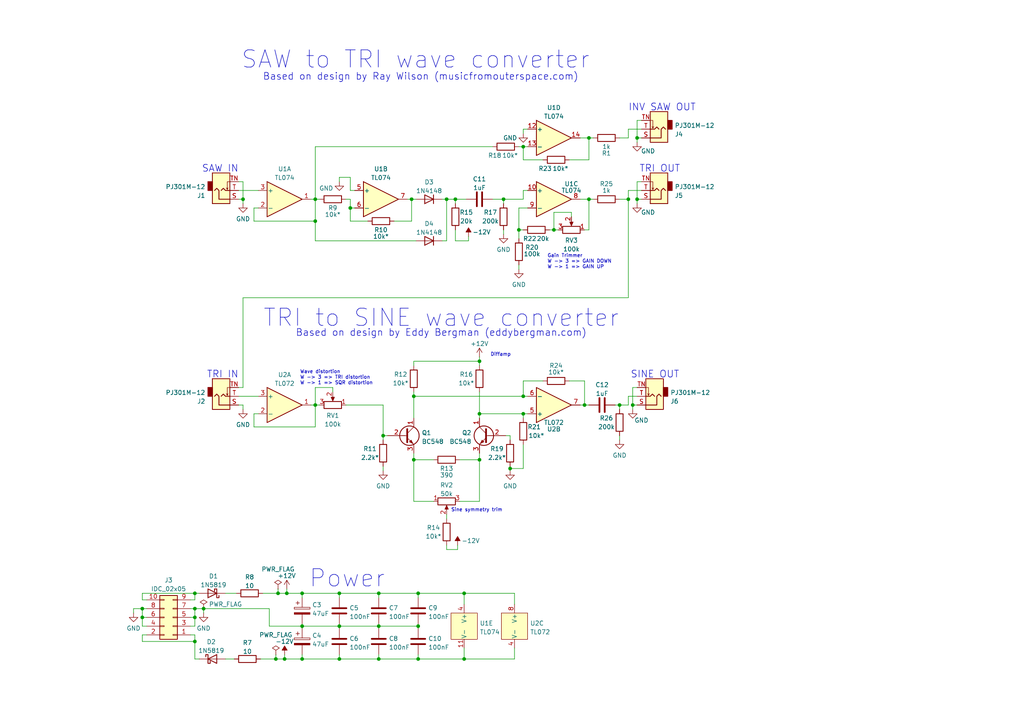
<source format=kicad_sch>
(kicad_sch (version 20211123) (generator eeschema)
  (paper "A4")
  (title_block (title "RW_EM_WS_A") (date "2022-10-26") (rev "2022-10-26") (comment 1 "Licensed under CERN-OHL-S v2+") (comment 2 "https://github.com/sunfl0w/RW_EM"))
  (lib_symbols
    (symbol "1N4148_1" (pin_numbers hide) (pin_names hide)
      (property "Reference" "D" (at 0 2.54 0))
      (property "Value" "1N4148_1" (at 0 -2.54 0))
      (symbol "1N4148_1_0_1"
        (polyline (pts (xy -1.27 1.27) (xy -1.27 -1.27)) (stroke (width 0.254)))
        (polyline (pts (xy 1.27 0) (xy -1.27 0)))
        (polyline (pts (xy 1.27 1.27) (xy 1.27 -1.27) (xy -1.27 0) (xy 1.27 1.27)) (stroke (width 0.254)))
      )
      (symbol "1N4148_1_1_1"
        (pin passive line (at -3.81 0 0) (length 2.54) (name "K") (number "1"))
        (pin passive line (at 3.81 0 180) (length 2.54) (name "A") (number "2"))
      )
    )
    (symbol "Connector_Generic:Conn_02x05_Odd_Even" (pin_names (offset 1.016) hide)
      (property "Reference" "J" (at 1.27 7.62 0))
      (property "Value" "Conn_02x05_Odd_Even" (at 1.27 -7.62 0))
      (symbol "Conn_02x05_Odd_Even_1_1"
        (rectangle (start -1.27 -4.953) (end 0 -5.207) (stroke (width 0.1524)))
        (rectangle (start -1.27 -2.413) (end 0 -2.667) (stroke (width 0.1524)))
        (rectangle (start -1.27 0.127) (end 0 -0.127) (stroke (width 0.1524)))
        (rectangle (start -1.27 2.667) (end 0 2.413) (stroke (width 0.1524)))
        (rectangle (start -1.27 5.207) (end 0 4.953) (stroke (width 0.1524)))
        (rectangle (start -1.27 6.35) (end 3.81 -6.35) (stroke (width 0.254)) (fill (type background)))
        (rectangle (start 3.81 -4.953) (end 2.54 -5.207) (stroke (width 0.1524)))
        (rectangle (start 3.81 -2.413) (end 2.54 -2.667) (stroke (width 0.1524)))
        (rectangle (start 3.81 0.127) (end 2.54 -0.127) (stroke (width 0.1524)))
        (rectangle (start 3.81 2.667) (end 2.54 2.413) (stroke (width 0.1524)))
        (rectangle (start 3.81 5.207) (end 2.54 4.953) (stroke (width 0.1524)))
        (pin passive line (at -5.08 5.08 0) (length 3.81) (name "Pin_1") (number "1"))
        (pin passive line (at 7.62 -5.08 180) (length 3.81) (name "Pin_10") (number "10"))
        (pin passive line (at 7.62 5.08 180) (length 3.81) (name "Pin_2") (number "2"))
        (pin passive line (at -5.08 2.54 0) (length 3.81) (name "Pin_3") (number "3"))
        (pin passive line (at 7.62 2.54 180) (length 3.81) (name "Pin_4") (number "4"))
        (pin passive line (at -5.08 0 0) (length 3.81) (name "Pin_5") (number "5"))
        (pin passive line (at 7.62 0 180) (length 3.81) (name "Pin_6") (number "6"))
        (pin passive line (at -5.08 -2.54 0) (length 3.81) (name "Pin_7") (number "7"))
        (pin passive line (at 7.62 -2.54 180) (length 3.81) (name "Pin_8") (number "8"))
        (pin passive line (at -5.08 -5.08 0) (length 3.81) (name "Pin_9") (number "9"))
      )
    )
    (symbol "Device:C" (pin_numbers hide) (pin_names (offset 0.254))
      (property "Reference" "C" (at 0.635 2.54 0))
      (property "Value" "C" (at 0.635 -2.54 0))
      (symbol "C_0_1"
        (polyline (pts (xy -2.032 -0.762) (xy 2.032 -0.762)) (stroke (width 0.508)))
        (polyline (pts (xy -2.032 0.762) (xy 2.032 0.762)) (stroke (width 0.508)))
      )
      (symbol "C_1_1"
        (pin passive line (at 0 3.81 270) (length 2.794) (name "~") (number "1"))
        (pin passive line (at 0 -3.81 90) (length 2.794) (name "~") (number "2"))
      )
    )
    (symbol "Device:C_Polarized" (pin_numbers hide) (pin_names (offset 0.254))
      (property "Reference" "C" (at 0.635 2.54 0))
      (property "Value" "C_Polarized" (at 0.635 -2.54 0))
      (symbol "C_Polarized_0_1"
        (rectangle (start -2.286 0.508) (end 2.286 1.016))
        (polyline (pts (xy -1.778 2.286) (xy -0.762 2.286)))
        (polyline (pts (xy -1.27 2.794) (xy -1.27 1.778)))
        (rectangle (start 2.286 -0.508) (end -2.286 -1.016) (fill (type outline)))
      )
      (symbol "C_Polarized_1_1"
        (pin passive line (at 0 3.81 270) (length 2.794) (name "~") (number "1"))
        (pin passive line (at 0 -3.81 90) (length 2.794) (name "~") (number "2"))
      )
    )
    (symbol "Device:R" (pin_numbers hide) (pin_names (offset 0))
      (property "Reference" "R" (at 2.032 0 90))
      (property "Value" "R" (at 0 0 90))
      (symbol "R_0_1"
        (rectangle (start -1.016 -2.54) (end 1.016 2.54) (stroke (width 0.254)))
      )
      (symbol "R_1_1"
        (pin passive line (at 0 3.81 270) (length 1.27) (name "~") (number "1"))
        (pin passive line (at 0 -3.81 90) (length 1.27) (name "~") (number "2"))
      )
    )
    (symbol "Device:R_Potentiometer" (pin_names (offset 1.016) hide)
      (property "Reference" "RV" (at -4.445 0 90))
      (property "Value" "R_Potentiometer" (at -2.54 0 90))
      (symbol "R_Potentiometer_0_1"
        (polyline (pts (xy 2.54 0) (xy 1.524 0)))
        (polyline (pts (xy 1.143 0) (xy 2.286 0.508) (xy 2.286 -0.508) (xy 1.143 0)) (fill (type outline)))
        (rectangle (start 1.016 2.54) (end -1.016 -2.54) (stroke (width 0.254)))
      )
      (symbol "R_Potentiometer_1_1"
        (pin passive line (at 0 3.81 270) (length 1.27) (name "1") (number "1"))
        (pin passive line (at 3.81 0 180) (length 1.27) (name "2") (number "2"))
        (pin passive line (at 0 -3.81 90) (length 1.27) (name "3") (number "3"))
      )
    )
    (symbol "Diode:1N4148" (pin_numbers hide) (pin_names hide)
      (property "Reference" "D" (at 0 2.54 0))
      (property "Value" "1N4148" (at 0 -2.54 0))
      (symbol "1N4148_0_1"
        (polyline (pts (xy -1.27 1.27) (xy -1.27 -1.27)) (stroke (width 0.254)))
        (polyline (pts (xy 1.27 0) (xy -1.27 0)))
        (polyline (pts (xy 1.27 1.27) (xy 1.27 -1.27) (xy -1.27 0) (xy 1.27 1.27)) (stroke (width 0.254)))
      )
      (symbol "1N4148_1_1"
        (pin passive line (at -3.81 0 0) (length 2.54) (name "K") (number "1"))
        (pin passive line (at 3.81 0 180) (length 2.54) (name "A") (number "2"))
      )
    )
    (symbol "Diode:1N5819" (pin_numbers hide) (pin_names (offset 1.016) hide)
      (property "Reference" "D" (at 0 2.54 0))
      (property "Value" "1N5819" (at 0 -2.54 0))
      (symbol "1N5819_0_1"
        (polyline (pts (xy 1.27 0) (xy -1.27 0)))
        (polyline (pts (xy 1.27 1.27) (xy 1.27 -1.27) (xy -1.27 0) (xy 1.27 1.27)) (stroke (width 0.254)))
        (polyline (pts (xy -1.905 0.635) (xy -1.905 1.27) (xy -1.27 1.27) (xy -1.27 -1.27) (xy -0.635 -1.27) (xy -0.635 -0.635)) (stroke (width 0.254)))
      )
      (symbol "1N5819_1_1"
        (pin passive line (at -3.81 0 0) (length 2.54) (name "K") (number "1"))
        (pin passive line (at 3.81 0 180) (length 2.54) (name "A") (number "2"))
      )
    )
    (symbol "RW_EurorackModular:PJ301M-12"
      (property "Reference" "J" (at 0 8.89 0))
      (property "Value" "PJ301M-12" (at 0 6.35 0))
      (symbol "PJ301M-12_0_1"
        (rectangle (start -2.54 0) (end -3.81 -2.54) (stroke (width 0.254)) (fill (type outline)))
        (polyline (pts (xy 1.778 -0.254) (xy 2.032 -0.762)))
        (polyline (pts (xy 0 0) (xy 0.635 -0.635) (xy 1.27 0) (xy 2.54 0)) (stroke (width 0.254)))
        (polyline (pts (xy 2.54 -2.54) (xy 1.778 -2.54) (xy 1.778 -0.254) (xy 1.524 -0.762)))
        (polyline (pts (xy 2.54 2.54) (xy -0.635 2.54) (xy -0.635 0) (xy -1.27 -0.635) (xy -1.905 0)) (stroke (width 0.254)))
        (rectangle (start 2.54 3.81) (end -2.54 -5.08) (stroke (width 0.254)) (fill (type background)))
      )
      (symbol "PJ301M-12_1_1"
        (pin passive line (at 5.08 2.54 180) (length 2.54) (name "~") (number "S"))
        (pin passive line (at 5.08 0 180) (length 2.54) (name "~") (number "T"))
        (pin passive line (at 5.08 -2.54 180) (length 2.54) (name "~") (number "TN"))
      )
    )
    (symbol "RW_EurorackModular:TL072" (pin_names (offset 0.127))
      (property "Reference" "U" (at 0 5.08 0))
      (property "Value" "TL072" (at 0 -5.08 0))
      (symbol "TL072_1_1"
        (polyline (pts (xy -5.08 5.08) (xy 5.08 0) (xy -5.08 -5.08) (xy -5.08 5.08)) (stroke (width 0.254)) (fill (type background)))
        (pin output line (at 7.62 0 180) (length 2.54) (name "~") (number "1"))
        (pin input line (at -7.62 -2.54 0) (length 2.54) (name "-") (number "2"))
        (pin input line (at -7.62 2.54 0) (length 2.54) (name "+") (number "3"))
      )
      (symbol "TL072_2_1"
        (polyline (pts (xy -5.08 5.08) (xy 5.08 0) (xy -5.08 -5.08) (xy -5.08 5.08)) (stroke (width 0.254)) (fill (type background)))
        (pin input line (at -7.62 2.54 0) (length 2.54) (name "+") (number "5"))
        (pin input line (at -7.62 -2.54 0) (length 2.54) (name "-") (number "6"))
        (pin output line (at 7.62 0 180) (length 2.54) (name "~") (number "7"))
      )
      (symbol "TL072_3_1"
        (rectangle (start -6.35 3.81) (end 1.27 -3.81) (stroke (width 0.1524)) (fill (type background)))
        (pin power_in line (at -2.54 -6.35 90) (length 2.54) (name "V-") (number "4"))
        (pin power_in line (at -2.54 6.35 270) (length 2.54) (name "V+") (number "8"))
      )
    )
    (symbol "RW_EurorackModular:TL074" (pin_names (offset 0.127))
      (property "Reference" "U" (at 0 5.08 0))
      (property "Value" "TL074" (at 0 -5.08 0))
      (symbol "TL074_1_1"
        (polyline (pts (xy -5.08 5.08) (xy 5.08 0) (xy -5.08 -5.08) (xy -5.08 5.08)) (stroke (width 0.254)) (fill (type background)))
        (pin output line (at 7.62 0 180) (length 2.54) (name "~") (number "1"))
        (pin input line (at -7.62 -2.54 0) (length 2.54) (name "-") (number "2"))
        (pin input line (at -7.62 2.54 0) (length 2.54) (name "+") (number "3"))
      )
      (symbol "TL074_2_1"
        (polyline (pts (xy -5.08 5.08) (xy 5.08 0) (xy -5.08 -5.08) (xy -5.08 5.08)) (stroke (width 0.254)) (fill (type background)))
        (pin input line (at -7.62 2.54 0) (length 2.54) (name "+") (number "5"))
        (pin input line (at -7.62 -2.54 0) (length 2.54) (name "-") (number "6"))
        (pin output line (at 7.62 0 180) (length 2.54) (name "~") (number "7"))
      )
      (symbol "TL074_3_1"
        (polyline (pts (xy -5.08 5.08) (xy 5.08 0) (xy -5.08 -5.08) (xy -5.08 5.08)) (stroke (width 0.254)) (fill (type background)))
        (pin input line (at -7.62 2.54 0) (length 2.54) (name "+") (number "10"))
        (pin output line (at 7.62 0 180) (length 2.54) (name "~") (number "8"))
        (pin input line (at -7.62 -2.54 0) (length 2.54) (name "-") (number "9"))
      )
      (symbol "TL074_4_1"
        (polyline (pts (xy -5.08 5.08) (xy 5.08 0) (xy -5.08 -5.08) (xy -5.08 5.08)) (stroke (width 0.254)) (fill (type background)))
        (pin input line (at -7.62 2.54 0) (length 2.54) (name "+") (number "12"))
        (pin input line (at -7.62 -2.54 0) (length 2.54) (name "-") (number "13"))
        (pin output line (at 7.62 0 180) (length 2.54) (name "~") (number "14"))
      )
      (symbol "TL074_5_1"
        (rectangle (start -3.81 3.81) (end 3.81 -3.81) (stroke (width 0.1524)) (fill (type background)))
        (pin power_in line (at 0 -6.35 90) (length 2.54) (name "V-") (number "11"))
        (pin power_in line (at 0 6.35 270) (length 2.54) (name "V+") (number "4"))
      )
    )
    (symbol "Transistor_BJT:BC548" (pin_names (offset 0) hide)
      (property "Reference" "Q" (at 5.08 1.905 0))
      (property "Value" "BC548" (at 5.08 0 0))
      (symbol "BC548_0_1"
        (polyline (pts (xy 0 0) (xy 0.635 0)))
        (polyline (pts (xy 0.635 0.635) (xy 2.54 2.54)))
        (polyline (pts (xy 0.635 -0.635) (xy 2.54 -2.54) (xy 2.54 -2.54)))
        (polyline (pts (xy 0.635 1.905) (xy 0.635 -1.905) (xy 0.635 -1.905)) (stroke (width 0.508)))
        (polyline (pts (xy 1.27 -1.778) (xy 1.778 -1.27) (xy 2.286 -2.286) (xy 1.27 -1.778) (xy 1.27 -1.778)) (fill (type outline)))
        (circle (center 1.27 0) (radius 2.8194) (stroke (width 0.254)))
      )
      (symbol "BC548_1_1"
        (pin passive line (at 2.54 5.08 270) (length 2.54) (name "C") (number "1"))
        (pin input line (at -5.08 0 0) (length 5.08) (name "B") (number "2"))
        (pin passive line (at 2.54 -5.08 90) (length 2.54) (name "E") (number "3"))
      )
    )
    (symbol "power:+12V" (power) (pin_names (offset 0))
      (property "Value" "+12V" (at 0 3.556 0))
      (symbol "+12V_0_1"
        (polyline (pts (xy -0.762 1.27) (xy 0 2.54)))
        (polyline (pts (xy 0 0) (xy 0 2.54)))
        (polyline (pts (xy 0 2.54) (xy 0.762 1.27)))
      )
      (symbol "+12V_1_1"
        (pin power_in line (at 0 0 90) (length 0) hide (name "+12V") (number "1"))
      )
    )
    (symbol "power:-12V" (power) (pin_names (offset 0))
      (property "Value" "-12V" (at 0 3.81 0))
      (symbol "-12V_0_0"
        (pin power_in line (at 0 0 90) (length 0) hide (name "-12V") (number "1"))
      )
      (symbol "-12V_0_1"
        (polyline (pts (xy 0 0) (xy 0 1.27) (xy 0.762 1.27) (xy 0 2.54) (xy -0.762 1.27) (xy 0 1.27)) (fill (type outline)))
      )
    )
    (symbol "power:GND" (power) (pin_names (offset 0))
      (property "Value" "GND" (at 0 -3.81 0))
      (symbol "GND_0_1"
        (polyline (pts (xy 0 0) (xy 0 -1.27) (xy 1.27 -1.27) (xy 0 -2.54) (xy -1.27 -1.27) (xy 0 -1.27)))
      )
      (symbol "GND_1_1"
        (pin power_in line (at 0 0 270) (length 0) hide (name "GND") (number "1"))
      )
    )
    (symbol "power:PWR_FLAG" (power) (pin_numbers hide) (pin_names (offset 0) hide)
      (property "Value" "PWR_FLAG" (at 0 3.81 0))
      (symbol "PWR_FLAG_0_0"
        (pin power_out line (at 0 0 90) (length 0) (name "pwr") (number "1"))
      )
      (symbol "PWR_FLAG_0_1"
        (polyline (pts (xy 0 0) (xy 0 1.27) (xy -1.016 1.905) (xy 0 2.54) (xy 1.016 1.905) (xy 0 1.27)))
      )
    )
  )
  (junction (at 98.425 191.135))
  (junction (at 101.6 60.325))
  (junction (at 129.54 57.785))
  (junction (at 119.38 57.785))
  (junction (at 56.515 179.07))
  (junction (at 56.515 176.53))
  (junction (at 91.44 57.785))
  (junction (at 139.065 133.35))
  (junction (at 134.62 191.135))
  (junction (at 139.065 120.015))
  (junction (at 109.855 172.085))
  (junction (at 80.01 191.135))
  (junction (at 184.785 40.005))
  (junction (at 91.44 64.135))
  (junction (at 146.05 57.785))
  (junction (at 169.545 117.475))
  (junction (at 80.645 172.085))
  (junction (at 170.815 40.005))
  (junction (at 182.245 57.785))
  (junction (at 87.63 172.085))
  (junction (at 41.275 179.07))
  (junction (at 98.425 172.085))
  (junction (at 183.515 117.475))
  (junction (at 147.955 135.89))
  (junction (at 121.285 172.085))
  (junction (at 160.655 66.675))
  (junction (at 56.515 186.055))
  (junction (at 134.62 172.085))
  (junction (at 70.485 57.785))
  (junction (at 120.015 133.35))
  (junction (at 111.125 126.365))
  (junction (at 59.055 176.53))
  (junction (at 87.63 181.61))
  (junction (at 56.515 172.085))
  (junction (at 132.08 57.785))
  (junction (at 151.765 42.545))
  (junction (at 150.495 66.675))
  (junction (at 109.855 191.135))
  (junction (at 87.63 191.135))
  (junction (at 151.765 114.935))
  (junction (at 151.765 120.015))
  (junction (at 83.185 172.085))
  (junction (at 170.815 57.785))
  (junction (at 82.55 191.135))
  (junction (at 91.44 117.475))
  (junction (at 184.785 57.785))
  (junction (at 139.065 104.775))
  (junction (at 98.425 181.61))
  (junction (at 121.285 191.135))
  (junction (at 41.275 176.53))
  (junction (at 179.705 117.475))
  (junction (at 109.855 181.61))
  (junction (at 121.285 181.61))
  (junction (at 120.015 114.935))
  (wire (pts (xy 106.68 64.135) (xy 101.6 64.135)))
  (wire (pts (xy 120.015 133.35) (xy 125.73 133.35)))
  (wire (pts (xy 109.855 172.085) (xy 109.855 173.355)))
  (wire (pts (xy 70.485 57.785) (xy 69.215 57.785)))
  (wire (pts (xy 120.015 131.445) (xy 120.015 133.35)))
  (wire (pts (xy 160.655 61.595) (xy 160.655 66.675)))
  (wire (pts (xy 109.855 181.61) (xy 121.285 181.61)))
  (wire (pts (xy 80.645 172.085) (xy 80.645 170.815)))
  (wire (pts (xy 87.63 181.61) (xy 87.63 182.245)))
  (wire (pts (xy 132.08 57.785) (xy 135.255 57.785)))
  (wire (pts (xy 100.33 57.785) (xy 101.6 57.785)))
  (wire (pts (xy 41.275 179.07) (xy 42.545 179.07)))
  (wire (pts (xy 120.015 114.935) (xy 120.015 121.285)))
  (wire (pts (xy 70.485 86.36) (xy 182.245 86.36)))
  (wire (pts (xy 151.765 46.355) (xy 157.48 46.355)))
  (wire (pts (xy 184.785 112.395) (xy 183.515 112.395)))
  (wire (pts (xy 98.425 181.61) (xy 98.425 182.245)))
  (wire (pts (xy 159.385 66.675) (xy 160.655 66.675)))
  (wire (pts (xy 139.065 120.015) (xy 139.065 121.285)))
  (wire (pts (xy 98.425 172.085) (xy 109.855 172.085)))
  (wire (pts (xy 87.63 181.61) (xy 98.425 181.61)))
  (wire (pts (xy 165.735 61.595) (xy 160.655 61.595)))
  (wire (pts (xy 56.515 186.055) (xy 56.515 191.135)))
  (wire (pts (xy 56.515 181.61) (xy 55.245 181.61)))
  (wire (pts (xy 101.6 60.325) (xy 102.87 60.325)))
  (wire (pts (xy 101.6 55.245) (xy 101.6 51.435)))
  (wire (pts (xy 119.38 57.785) (xy 120.65 57.785)))
  (wire (pts (xy 149.225 191.135) (xy 149.225 187.96)))
  (wire (pts (xy 91.44 69.85) (xy 120.65 69.85)))
  (wire (pts (xy 91.44 123.825) (xy 91.44 117.475)))
  (wire (pts (xy 70.485 57.785) (xy 70.485 59.055)))
  (wire (pts (xy 109.855 191.135) (xy 121.285 191.135)))
  (wire (pts (xy 151.765 120.015) (xy 153.035 120.015)))
  (wire (pts (xy 151.765 55.245) (xy 153.035 55.245)))
  (wire (pts (xy 129.54 69.85) (xy 129.54 57.785)))
  (wire (pts (xy 132.715 159.385) (xy 132.715 158.115)))
  (wire (pts (xy 182.245 86.36) (xy 182.245 57.785)))
  (wire (pts (xy 73.66 120.015) (xy 73.66 123.825)))
  (wire (pts (xy 142.875 57.785) (xy 146.05 57.785)))
  (wire (pts (xy 139.065 104.775) (xy 139.065 106.045)))
  (wire (pts (xy 41.275 181.61) (xy 42.545 181.61)))
  (wire (pts (xy 151.765 37.465) (xy 153.035 37.465)))
  (wire (pts (xy 83.185 172.085) (xy 83.185 170.815)))
  (wire (pts (xy 134.62 172.085) (xy 121.285 172.085)))
  (wire (pts (xy 151.765 42.545) (xy 151.765 46.355)))
  (wire (pts (xy 91.44 117.475) (xy 91.44 112.395)))
  (wire (pts (xy 169.545 117.475) (xy 170.815 117.475)))
  (wire (pts (xy 186.055 34.925) (xy 184.785 34.925)))
  (wire (pts (xy 170.815 57.785) (xy 172.085 57.785)))
  (wire (pts (xy 182.245 57.785) (xy 179.705 57.785)))
  (wire (pts (xy 109.855 181.61) (xy 109.855 182.245)))
  (wire (pts (xy 150.495 76.835) (xy 150.495 78.105)))
  (wire (pts (xy 82.55 191.135) (xy 87.63 191.135)))
  (wire (pts (xy 73.66 64.135) (xy 91.44 64.135)))
  (wire (pts (xy 56.515 184.15) (xy 55.245 184.15)))
  (wire (pts (xy 74.93 120.015) (xy 73.66 120.015)))
  (wire (pts (xy 56.515 186.055) (xy 56.515 184.15)))
  (wire (pts (xy 91.44 57.785) (xy 92.71 57.785)))
  (wire (pts (xy 41.275 184.15) (xy 42.545 184.15)))
  (wire (pts (xy 111.125 135.255) (xy 111.125 136.525)))
  (wire (pts (xy 87.63 191.135) (xy 98.425 191.135)))
  (wire (pts (xy 98.425 191.135) (xy 109.855 191.135)))
  (wire (pts (xy 120.015 145.415) (xy 125.73 145.415)))
  (wire (pts (xy 56.515 176.53) (xy 59.055 176.53)))
  (wire (pts (xy 160.655 66.675) (xy 161.925 66.675)))
  (wire (pts (xy 139.065 145.415) (xy 133.35 145.415)))
  (wire (pts (xy 170.815 40.005) (xy 170.815 46.355)))
  (wire (pts (xy 150.495 66.675) (xy 150.495 60.325)))
  (wire (pts (xy 82.55 191.135) (xy 82.55 189.865)))
  (wire (pts (xy 151.765 37.465) (xy 151.765 38.735)))
  (wire (pts (xy 170.815 66.675) (xy 169.545 66.675)))
  (wire (pts (xy 101.6 64.135) (xy 101.6 60.325)))
  (wire (pts (xy 139.065 133.35) (xy 139.065 145.415)))
  (wire (pts (xy 100.33 117.475) (xy 111.125 117.475)))
  (wire (pts (xy 73.66 60.325) (xy 73.66 64.135)))
  (wire (pts (xy 146.05 57.785) (xy 146.05 59.055)))
  (wire (pts (xy 150.495 66.675) (xy 150.495 69.215)))
  (wire (pts (xy 134.62 172.085) (xy 134.62 175.26)))
  (wire (pts (xy 119.38 64.135) (xy 114.3 64.135)))
  (wire (pts (xy 129.54 158.115) (xy 129.54 159.385)))
  (wire (pts (xy 150.495 60.325) (xy 153.035 60.325)))
  (wire (pts (xy 165.1 46.355) (xy 170.815 46.355)))
  (wire (pts (xy 56.515 179.07) (xy 56.515 181.61)))
  (wire (pts (xy 132.08 66.675) (xy 132.08 69.85)))
  (wire (pts (xy 41.275 179.07) (xy 41.275 181.61)))
  (wire (pts (xy 147.955 135.255) (xy 147.955 135.89)))
  (wire (pts (xy 184.785 40.005) (xy 186.055 40.005)))
  (wire (pts (xy 78.105 176.53) (xy 78.105 181.61)))
  (wire (pts (xy 184.785 57.785) (xy 186.055 57.785)))
  (wire (pts (xy 129.54 159.385) (xy 132.715 159.385)))
  (wire (pts (xy 183.515 117.475) (xy 183.515 118.745)))
  (wire (pts (xy 119.38 57.785) (xy 119.38 64.135)))
  (wire (pts (xy 121.285 181.61) (xy 121.285 180.975)))
  (wire (pts (xy 121.285 191.135) (xy 134.62 191.135)))
  (wire (pts (xy 59.055 176.53) (xy 78.105 176.53)))
  (wire (pts (xy 139.065 113.665) (xy 139.065 120.015)))
  (wire (pts (xy 150.495 42.545) (xy 151.765 42.545)))
  (wire (pts (xy 69.215 55.245) (xy 74.93 55.245)))
  (wire (pts (xy 112.395 126.365) (xy 111.125 126.365)))
  (wire (pts (xy 151.765 42.545) (xy 153.035 42.545)))
  (wire (pts (xy 101.6 51.435) (xy 98.425 51.435)))
  (wire (pts (xy 139.065 131.445) (xy 139.065 133.35)))
  (wire (pts (xy 146.05 57.785) (xy 151.765 57.785)))
  (wire (pts (xy 182.245 117.475) (xy 179.705 117.475)))
  (wire (pts (xy 41.275 173.99) (xy 41.275 172.085)))
  (wire (pts (xy 91.44 117.475) (xy 90.17 117.475)))
  (wire (pts (xy 59.055 176.53) (xy 59.055 177.8)))
  (wire (pts (xy 111.125 126.365) (xy 111.125 117.475)))
  (wire (pts (xy 120.015 106.045) (xy 120.015 104.775)))
  (wire (pts (xy 56.515 191.135) (xy 57.785 191.135)))
  (wire (pts (xy 135.89 68.58) (xy 135.89 69.85)))
  (wire (pts (xy 139.065 103.505) (xy 139.065 104.775)))
  (wire (pts (xy 169.545 110.49) (xy 169.545 117.475)))
  (wire (pts (xy 80.645 172.085) (xy 83.185 172.085)))
  (wire (pts (xy 183.515 112.395) (xy 183.515 117.475)))
  (wire (pts (xy 98.425 180.975) (xy 98.425 181.61)))
  (wire (pts (xy 147.955 135.89) (xy 147.955 136.525)))
  (wire (pts (xy 91.44 57.785) (xy 90.17 57.785)))
  (wire (pts (xy 98.425 173.355) (xy 98.425 172.085)))
  (wire (pts (xy 146.685 126.365) (xy 147.955 126.365)))
  (wire (pts (xy 128.27 69.85) (xy 129.54 69.85)))
  (wire (pts (xy 65.405 191.135) (xy 67.945 191.135)))
  (wire (pts (xy 133.35 133.35) (xy 139.065 133.35)))
  (wire (pts (xy 186.055 52.705) (xy 184.785 52.705)))
  (wire (pts (xy 87.63 173.355) (xy 87.63 172.085)))
  (wire (pts (xy 38.735 176.53) (xy 38.735 177.8)))
  (wire (pts (xy 41.275 172.085) (xy 56.515 172.085)))
  (wire (pts (xy 101.6 57.785) (xy 101.6 60.325)))
  (wire (pts (xy 121.285 189.865) (xy 121.285 191.135)))
  (wire (pts (xy 147.955 126.365) (xy 147.955 127.635)))
  (wire (pts (xy 69.215 52.705) (xy 70.485 52.705)))
  (wire (pts (xy 120.015 104.775) (xy 139.065 104.775)))
  (wire (pts (xy 91.44 112.395) (xy 96.52 112.395)))
  (wire (pts (xy 120.015 133.35) (xy 120.015 145.415)))
  (wire (pts (xy 74.93 60.325) (xy 73.66 60.325)))
  (wire (pts (xy 129.54 149.225) (xy 129.54 150.495)))
  (wire (pts (xy 151.765 135.89) (xy 151.765 128.905)))
  (wire (pts (xy 151.765 110.49) (xy 157.48 110.49)))
  (wire (pts (xy 76.2 172.085) (xy 80.645 172.085)))
  (wire (pts (xy 170.815 40.005) (xy 172.085 40.005)))
  (wire (pts (xy 182.245 40.005) (xy 182.245 37.465)))
  (wire (pts (xy 151.765 66.675) (xy 150.495 66.675)))
  (wire (pts (xy 132.08 69.85) (xy 135.89 69.85)))
  (wire (pts (xy 120.015 113.665) (xy 120.015 114.935)))
  (wire (pts (xy 55.245 176.53) (xy 56.515 176.53)))
  (wire (pts (xy 168.275 40.005) (xy 170.815 40.005)))
  (wire (pts (xy 91.44 64.135) (xy 91.44 69.85)))
  (wire (pts (xy 41.275 176.53) (xy 41.275 179.07)))
  (wire (pts (xy 96.52 112.395) (xy 96.52 113.665)))
  (wire (pts (xy 70.485 117.475) (xy 69.215 117.475)))
  (wire (pts (xy 78.105 181.61) (xy 87.63 181.61)))
  (wire (pts (xy 118.11 57.785) (xy 119.38 57.785)))
  (wire (pts (xy 109.855 172.085) (xy 121.285 172.085)))
  (wire (pts (xy 69.215 112.395) (xy 70.485 112.395)))
  (wire (pts (xy 56.515 173.99) (xy 55.245 173.99)))
  (wire (pts (xy 129.54 57.785) (xy 132.08 57.785)))
  (wire (pts (xy 91.44 117.475) (xy 92.71 117.475)))
  (wire (pts (xy 55.245 179.07) (xy 56.515 179.07)))
  (wire (pts (xy 179.705 126.365) (xy 179.705 127.635)))
  (wire (pts (xy 41.275 186.055) (xy 56.515 186.055)))
  (wire (pts (xy 83.185 172.085) (xy 87.63 172.085)))
  (wire (pts (xy 132.08 57.785) (xy 132.08 59.055)))
  (wire (pts (xy 41.275 184.15) (xy 41.275 186.055)))
  (wire (pts (xy 80.01 191.135) (xy 80.01 189.865)))
  (wire (pts (xy 56.515 172.085) (xy 56.515 173.99)))
  (wire (pts (xy 91.44 64.135) (xy 91.44 57.785)))
  (wire (pts (xy 75.565 191.135) (xy 80.01 191.135)))
  (wire (pts (xy 134.62 191.135) (xy 149.225 191.135)))
  (wire (pts (xy 151.765 57.785) (xy 151.765 55.245)))
  (wire (pts (xy 182.245 37.465) (xy 186.055 37.465)))
  (wire (pts (xy 178.435 117.475) (xy 179.705 117.475)))
  (wire (pts (xy 109.855 189.865) (xy 109.855 191.135)))
  (wire (pts (xy 182.245 114.935) (xy 182.245 117.475)))
  (wire (pts (xy 91.44 57.785) (xy 91.44 42.545)))
  (wire (pts (xy 69.215 114.935) (xy 74.93 114.935)))
  (wire (pts (xy 147.955 135.89) (xy 151.765 135.89)))
  (wire (pts (xy 73.66 123.825) (xy 91.44 123.825)))
  (wire (pts (xy 165.735 62.865) (xy 165.735 61.595)))
  (wire (pts (xy 184.785 40.005) (xy 184.785 41.275)))
  (wire (pts (xy 184.785 114.935) (xy 182.245 114.935)))
  (wire (pts (xy 120.015 114.935) (xy 151.765 114.935)))
  (wire (pts (xy 169.545 117.475) (xy 168.275 117.475)))
  (wire (pts (xy 41.275 176.53) (xy 38.735 176.53)))
  (wire (pts (xy 70.485 52.705) (xy 70.485 57.785)))
  (wire (pts (xy 121.285 173.355) (xy 121.285 172.085)))
  (wire (pts (xy 70.485 117.475) (xy 70.485 118.745)))
  (wire (pts (xy 111.125 126.365) (xy 111.125 127.635)))
  (wire (pts (xy 146.05 66.675) (xy 146.05 67.945)))
  (wire (pts (xy 56.515 176.53) (xy 56.515 179.07)))
  (wire (pts (xy 184.785 34.925) (xy 184.785 40.005)))
  (wire (pts (xy 149.225 172.085) (xy 134.62 172.085)))
  (wire (pts (xy 165.1 110.49) (xy 169.545 110.49)))
  (wire (pts (xy 121.285 181.61) (xy 121.285 182.245)))
  (wire (pts (xy 42.545 173.99) (xy 41.275 173.99)))
  (wire (pts (xy 102.87 55.245) (xy 101.6 55.245)))
  (wire (pts (xy 42.545 176.53) (xy 41.275 176.53)))
  (wire (pts (xy 98.425 191.135) (xy 98.425 189.865)))
  (wire (pts (xy 179.705 40.005) (xy 182.245 40.005)))
  (wire (pts (xy 70.485 86.36) (xy 70.485 112.395)))
  (wire (pts (xy 183.515 117.475) (xy 184.785 117.475)))
  (wire (pts (xy 129.54 57.785) (xy 128.27 57.785)))
  (wire (pts (xy 98.425 181.61) (xy 109.855 181.61)))
  (wire (pts (xy 87.63 189.865) (xy 87.63 191.135)))
  (wire (pts (xy 149.225 175.26) (xy 149.225 172.085)))
  (wire (pts (xy 151.765 114.935) (xy 153.035 114.935)))
  (wire (pts (xy 170.815 57.785) (xy 170.815 66.675)))
  (wire (pts (xy 184.785 57.785) (xy 184.785 59.055)))
  (wire (pts (xy 87.63 172.085) (xy 98.425 172.085)))
  (wire (pts (xy 182.245 55.245) (xy 182.245 57.785)))
  (wire (pts (xy 139.065 120.015) (xy 151.765 120.015)))
  (wire (pts (xy 179.705 117.475) (xy 179.705 118.745)))
  (wire (pts (xy 151.765 114.935) (xy 151.765 110.49)))
  (wire (pts (xy 98.425 51.435) (xy 98.425 52.705)))
  (wire (pts (xy 151.765 120.015) (xy 151.765 121.285)))
  (wire (pts (xy 91.44 42.545) (xy 142.875 42.545)))
  (wire (pts (xy 56.515 172.085) (xy 57.785 172.085)))
  (wire (pts (xy 168.275 57.785) (xy 170.815 57.785)))
  (wire (pts (xy 87.63 180.975) (xy 87.63 181.61)))
  (wire (pts (xy 109.855 181.61) (xy 109.855 180.975)))
  (wire (pts (xy 80.01 191.135) (xy 82.55 191.135)))
  (wire (pts (xy 184.785 52.705) (xy 184.785 57.785)))
  (wire (pts (xy 182.245 55.245) (xy 186.055 55.245)))
  (wire (pts (xy 134.62 187.96) (xy 134.62 191.135)))
  (wire (pts (xy 65.405 172.085) (xy 68.58 172.085)))
  (text "Sine symmetry trim" (at 130.81 148.59 0) (effects (font (size 1 1)) (justify left bottom)))
  (text "Power" (at 89.535 170.815 0) (effects (font (size 5 5)) (justify left bottom)))
  (text "Gain Trimmer\nW -> 3 => GAIN DOWN\nW -> 1 => GAIN UP" (at 158.75 78.105 0) (effects (font (size 1 1)) (justify left bottom)))
  (text "SAW to TRI wave converter" (at 69.85 20.32 0) (effects (font (size 5 5)) (justify left bottom)))
  (text "SINE OUT" (at 182.88 109.855 0) (effects (font (size 2 2)) (justify left bottom)))
  (text "TRI IN" (at 69.215 109.855 180) (effects (font (size 2 2)) (justify right bottom)))
  (text "Based on design by Ray Wilson (musicfromouterspace.com)" (at 76.2 23.495 0) (effects (font (size 2 2)) (justify left bottom)))
  (text "Based on design by Eddy Bergman (eddybergman.com)" (at 85.725 97.79 0) (effects (font (size 2 2)) (justify left bottom)))
  (text "TRI OUT" (at 185.42 50.165 0) (effects (font (size 2 2)) (justify left bottom)))
  (text "SAW IN" (at 69.215 50.165 180) (effects (font (size 2 2)) (justify right bottom)))
  (text "Diffamp" (at 142.24 103.505 0) (effects (font (size 1 1)) (justify left bottom)))
  (text "Wave distortion\nW -> 3 => TRI distortion\nW -> 1 => SQR distortion" (at 86.995 111.76 0) (effects (font (size 1 1)) (justify left bottom)))
  (text "TRI to SINE wave converter" (at 76.2 95.25 0) (effects (font (size 5 5)) (justify left bottom)))
  (text "INV SAW OUT" (at 182.245 32.385 0) (effects (font (size 2 2)) (justify left bottom)))
  (symbol (lib_id "Device:C_Polarized") (at 87.63 186.055 0) (unit 1)
    (property "Reference" "C4" (at 90.551 184.3313 0) (effects (justify left)))
    (property "Value" "47uF" (at 90.551 186.8682 0) (effects (justify left)))
    (property "Footprint" "Capacitor_THT:CP_Radial_D5.0mm_P2.00mm" (effects hide))
  )
  (symbol (lib_id "Device:R") (at 71.755 191.135 90) (unit 1)
    (property "Reference" "R7" (at 71.755 186.4192 90))
    (property "Value" "10" (at 71.755 188.9561 90))
    (property "Footprint" "Resistor_THT:R_Axial_DIN0207_L6.3mm_D2.5mm_P10.16mm_Horizontal" (effects hide))
  )
  (symbol (lib_id "power:PWR_FLAG") (at 59.055 176.53 0) (unit 1)
    (property "Reference" "#FLG01" (effects hide))
    (property "Value" "PWR_FLAG" (at 65.405 175.26 0))
  )
  (symbol (lib_id "power:GND") (at 150.495 78.105 0) (unit 1)
    (property "Reference" "#PWR016" (effects hide))
    (property "Value" "GND" (at 150.495 82.55 0))
  )
  (symbol (lib_name "1N4148_1") (lib_id "Diode:1N4148") (at 124.46 57.785 180) (unit 1)
    (property "Reference" "D3" (at 124.46 52.8152 0))
    (property "Value" "1N4148" (at 124.46 55.3521 0))
    (property "Footprint" "Diode_THT:D_DO-35_SOD27_P7.62mm_Horizontal" (effects hide))
    (property "Datasheet" "https://assets.nexperia.com/documents/data-sheet/1N4148_1N4448.pdf" (effects hide))
  )
  (symbol (lib_id "Device:R") (at 96.52 57.785 270) (unit 1)
    (property "Reference" "R9" (at 96.52 60.325 90))
    (property "Value" "10k*" (at 96.52 62.23 90))
    (property "Footprint" "Resistor_THT:R_Axial_DIN0207_L6.3mm_D2.5mm_P10.16mm_Horizontal" (effects hide))
  )
  (symbol (lib_id "Device:R") (at 146.05 62.865 180) (unit 1)
    (property "Reference" "R17" (at 142.24 61.595 0))
    (property "Value" "200k" (at 142.24 64.135 0))
    (property "Footprint" "Resistor_THT:R_Axial_DIN0207_L6.3mm_D2.5mm_P10.16mm_Horizontal" (effects hide))
  )
  (symbol (lib_id "RW_EurorackModular:PJ301M-12") (at 191.135 37.465 180) (unit 1)
    (property "Reference" "J4" (at 195.707 38.9347 0) (effects (justify right)))
    (property "Value" "PJ301M-12" (at 195.707 36.3978 0) (effects (justify right)))
    (property "Footprint" "RW_EurorackModular:PJ301M-12" (effects hide))
  )
  (symbol (lib_id "power:GND") (at 38.735 177.8 0) (unit 1)
    (property "Reference" "#PWR01" (effects hide))
    (property "Value" "GND" (at 38.735 182.2434 0))
  )
  (symbol (lib_id "power:GND") (at 184.785 41.275 0) (mirror y) (unit 1)
    (property "Reference" "#PWR020" (effects hide))
    (property "Value" "GND" (at 187.96 43.815 0))
  )
  (symbol (lib_id "power:PWR_FLAG") (at 80.01 189.865 0) (unit 1)
    (property "Reference" "#FLG02" (effects hide))
    (property "Value" "PWR_FLAG" (at 80.01 184.15 0))
  )
  (symbol (lib_id "Device:R") (at 147.955 131.445 180) (unit 1)
    (property "Reference" "R19" (at 144.145 130.175 0))
    (property "Value" "2.2k*" (at 144.145 132.715 0))
    (property "Footprint" "Resistor_THT:R_Axial_DIN0207_L6.3mm_D2.5mm_P10.16mm_Horizontal" (effects hide))
  )
  (symbol (lib_id "power:GND") (at 70.485 118.745 0) (unit 1)
    (property "Reference" "#PWR03" (effects hide))
    (property "Value" "GND" (at 70.485 123.1884 0))
  )
  (symbol (lib_id "power:PWR_FLAG") (at 80.645 170.815 0) (unit 1)
    (property "Reference" "#FLG03" (effects hide))
    (property "Value" "PWR_FLAG" (at 80.645 165.1 0))
  )
  (symbol (lib_id "RW_EurorackModular:TL074") (at 160.655 57.785 0) (unit 3)
    (property "Reference" "U1" (at 165.735 53.34 0))
    (property "Value" "TL074" (at 165.735 55.245 0))
  )
  (symbol (lib_id "Device:R") (at 146.685 42.545 270) (unit 1)
    (property "Reference" "R18" (at 143.51 45.085 90))
    (property "Value" "10k*" (at 147.955 45.085 90))
    (property "Footprint" "Resistor_THT:R_Axial_DIN0207_L6.3mm_D2.5mm_P10.16mm_Horizontal" (effects hide))
  )
  (symbol (lib_id "RW_EurorackModular:TL074") (at 134.62 181.61 0) (unit 5)
    (property "Reference" "U1" (at 139.1412 180.7753 0) (effects (justify left)))
    (property "Value" "TL074" (at 139.1412 183.3122 0) (effects (justify left)))
    (property "Footprint" "Package_DIP:DIP-14_W7.62mm" (effects hide))
  )
  (symbol (lib_id "Device:R_Potentiometer") (at 96.52 117.475 270) (mirror x) (unit 1)
    (property "Reference" "RV1" (at 96.52 120.5214 90))
    (property "Value" "100k" (at 96.52 123.0583 90))
    (property "Footprint" "RW_EurorackModular:Potentiometer_R0904N_SongHuei" (effects hide))
  )
  (symbol (lib_id "RW_EurorackModular:PJ301M-12") (at 64.135 114.935 0) (mirror x) (unit 1)
    (property "Reference" "J2" (at 59.563 116.4047 0) (effects (justify right)))
    (property "Value" "PJ301M-12" (at 59.563 113.8678 0) (effects (justify right)))
    (property "Footprint" "RW_EurorackModular:PJ301M-12" (effects hide))
  )
  (symbol (lib_id "RW_EurorackModular:TL074") (at 82.55 57.785 0) (unit 1)
    (property "Reference" "U1" (at 82.55 49.0052 0))
    (property "Value" "TL074" (at 82.55 51.5421 0))
  )
  (symbol (lib_id "Diode:1N4148") (at 124.46 69.85 180) (unit 1)
    (property "Reference" "D4" (at 124.46 64.8802 0))
    (property "Value" "1N4148" (at 124.46 67.4171 0))
    (property "Footprint" "Diode_THT:D_DO-35_SOD27_P7.62mm_Horizontal" (effects hide))
    (property "Datasheet" "https://assets.nexperia.com/documents/data-sheet/1N4148_1N4448.pdf" (effects hide))
  )
  (symbol (lib_id "Device:C_Polarized") (at 87.63 177.165 0) (unit 1)
    (property "Reference" "C3" (at 90.551 175.4413 0) (effects (justify left)))
    (property "Value" "47uF" (at 90.551 177.9782 0) (effects (justify left)))
    (property "Footprint" "Capacitor_THT:CP_Radial_D5.0mm_P2.00mm" (effects hide))
  )
  (symbol (lib_id "Device:C") (at 121.285 186.055 0) (unit 1)
    (property "Reference" "C10" (at 124.206 185.2203 0) (effects (justify left)))
    (property "Value" "100nF" (at 124.206 187.7572 0) (effects (justify left)))
    (property "Footprint" "Capacitor_THT:C_Disc_D5.0mm_W2.5mm_P5.00mm" (effects hide))
  )
  (symbol (lib_id "Device:R") (at 72.39 172.085 90) (unit 1)
    (property "Reference" "R8" (at 72.39 167.3692 90))
    (property "Value" "10" (at 72.39 169.9061 90))
    (property "Footprint" "Resistor_THT:R_Axial_DIN0207_L6.3mm_D2.5mm_P10.16mm_Horizontal" (effects hide))
  )
  (symbol (lib_id "Device:C") (at 174.625 117.475 90) (unit 1)
    (property "Reference" "C12" (at 174.625 111.6162 90))
    (property "Value" "1uF" (at 174.625 114.1531 90))
    (property "Footprint" "Capacitor_THT:C_Rect_L7.2mm_W3.5mm_P5.00mm_FKS2_FKP2_MKS2_MKP2" (effects hide))
  )
  (symbol (lib_id "power:GND") (at 151.765 38.735 0) (unit 1)
    (property "Reference" "#PWR017" (effects hide))
    (property "Value" "GND" (at 147.955 40.005 0))
  )
  (symbol (lib_id "Device:R_Potentiometer") (at 165.735 66.675 270) (mirror x) (unit 1)
    (property "Reference" "RV3" (at 165.735 69.7214 90))
    (property "Value" "100k" (at 165.735 72.2583 90))
    (property "Footprint" "RW_EurorackModular:Potentiometer_R0904N_SongHuei" (effects hide))
  )
  (symbol (lib_id "Connector_Generic:Conn_02x05_Odd_Even") (at 50.165 179.07 180) (unit 1)
    (property "Reference" "J3" (at 48.895 168.275 0))
    (property "Value" "IDC_02x05" (at 48.895 170.815 0))
    (property "Footprint" "Connector_IDC:IDC-Header_2x05_P2.54mm_Vertical" (effects hide))
  )
  (symbol (lib_id "Device:C") (at 109.855 177.165 0) (unit 1)
    (property "Reference" "C7" (at 112.776 176.3303 0) (effects (justify left)))
    (property "Value" "100nF" (at 112.776 178.8672 0) (effects (justify left)))
    (property "Footprint" "Capacitor_THT:C_Disc_D5.0mm_W2.5mm_P5.00mm" (effects hide))
  )
  (symbol (lib_id "Device:R") (at 161.29 110.49 270) (unit 1)
    (property "Reference" "R24" (at 161.29 106.045 90))
    (property "Value" "10k*" (at 161.29 107.95 90))
    (property "Footprint" "Resistor_THT:R_Axial_DIN0207_L6.3mm_D2.5mm_P10.16mm_Horizontal" (effects hide))
  )
  (symbol (lib_id "Device:R") (at 129.54 154.305 180) (unit 1)
    (property "Reference" "R14" (at 125.73 153.035 0))
    (property "Value" "10k*" (at 125.73 155.575 0))
    (property "Footprint" "Resistor_THT:R_Axial_DIN0207_L6.3mm_D2.5mm_P10.16mm_Horizontal" (effects hide))
  )
  (symbol (lib_id "RW_EurorackModular:TL072") (at 160.655 117.475 0) (mirror x) (unit 2)
    (property "Reference" "U2" (at 160.655 124.46 0))
    (property "Value" "TL072" (at 160.655 122.555 0))
  )
  (symbol (lib_id "Transistor_BJT:BC548") (at 117.475 126.365 0) (unit 1)
    (property "Reference" "Q1" (at 122.3264 125.5303 0) (effects (justify left)))
    (property "Value" "BC548" (at 122.3264 128.0672 0) (effects (justify left)))
    (property "Footprint" "Package_TO_SOT_THT:TO-92_Inline" (effects hide))
    (property "Datasheet" "https://www.onsemi.com/pub/Collateral/BC550-D.pdf" (effects hide))
  )
  (symbol (lib_id "power:GND") (at 147.955 136.525 0) (unit 1)
    (property "Reference" "#PWR015" (effects hide))
    (property "Value" "GND" (at 147.955 140.9684 0))
  )
  (symbol (lib_id "Device:R") (at 129.54 133.35 270) (unit 1)
    (property "Reference" "R13" (at 129.54 135.89 90))
    (property "Value" "390" (at 129.54 137.795 90))
    (property "Footprint" "Resistor_THT:R_Axial_DIN0207_L6.3mm_D2.5mm_P10.16mm_Horizontal" (effects hide))
  )
  (symbol (lib_id "RW_EurorackModular:TL072") (at 82.55 117.475 0) (unit 1)
    (property "Reference" "U2" (at 82.55 108.6952 0))
    (property "Value" "TL072" (at 82.55 111.2321 0))
  )
  (symbol (lib_id "power:GND") (at 179.705 127.635 0) (unit 1)
    (property "Reference" "#PWR018" (effects hide))
    (property "Value" "GND" (at 179.705 132.0784 0))
  )
  (symbol (lib_id "Device:R") (at 161.29 46.355 270) (unit 1)
    (property "Reference" "R23" (at 158.115 48.895 90))
    (property "Value" "10k*" (at 162.56 48.895 90))
    (property "Footprint" "Resistor_THT:R_Axial_DIN0207_L6.3mm_D2.5mm_P10.16mm_Horizontal" (effects hide))
  )
  (symbol (lib_id "RW_EurorackModular:PJ301M-12") (at 189.865 114.935 180) (unit 1)
    (property "Reference" "J6" (at 194.437 116.4047 0) (effects (justify right)))
    (property "Value" "PJ301M-12" (at 194.437 113.8678 0) (effects (justify right)))
    (property "Footprint" "RW_EurorackModular:PJ301M-12" (effects hide))
  )
  (symbol (lib_id "power:GND") (at 146.05 67.945 0) (unit 1)
    (property "Reference" "#PWR014" (effects hide))
    (property "Value" "GND" (at 146.05 72.3884 0))
  )
  (symbol (lib_id "Device:R_Potentiometer") (at 129.54 145.415 90) (mirror x) (unit 1)
    (property "Reference" "RV2" (at 129.54 140.6992 90))
    (property "Value" "50k" (at 129.54 143.2361 90))
    (property "Footprint" "Potentiometer_THT:Potentiometer_Bourns_3296W_Vertical" (effects hide))
  )
  (symbol (lib_id "Device:C") (at 139.065 57.785 90) (unit 1)
    (property "Reference" "C11" (at 139.065 51.9262 90))
    (property "Value" "1uF" (at 139.065 54.4631 90))
    (property "Footprint" "Capacitor_THT:C_Rect_L7.2mm_W3.5mm_P5.00mm_FKS2_FKP2_MKS2_MKP2" (effects hide))
  )
  (symbol (lib_id "Device:R") (at 111.125 131.445 180) (unit 1)
    (property "Reference" "R11" (at 107.315 130.175 0))
    (property "Value" "2.2k*" (at 107.315 132.715 0))
    (property "Footprint" "Resistor_THT:R_Axial_DIN0207_L6.3mm_D2.5mm_P10.16mm_Horizontal" (effects hide))
  )
  (symbol (lib_id "Device:R") (at 175.895 57.785 90) (unit 1)
    (property "Reference" "R25" (at 175.895 53.34 90))
    (property "Value" "1k" (at 175.895 55.245 90))
    (property "Footprint" "Resistor_THT:R_Axial_DIN0207_L6.3mm_D2.5mm_P10.16mm_Horizontal" (effects hide))
  )
  (symbol (lib_id "power:-12V") (at 82.55 189.865 0) (unit 1)
    (property "Reference" "#PWR07" (effects hide))
    (property "Value" "-12V" (at 82.55 186.055 0))
  )
  (symbol (lib_id "power:GND") (at 98.425 52.705 0) (unit 1)
    (property "Reference" "#PWR09" (effects hide))
    (property "Value" "GND" (at 94.615 54.61 0))
  )
  (symbol (lib_id "Device:R") (at 175.895 40.005 270) (unit 1)
    (property "Reference" "R1" (at 175.895 44.45 90))
    (property "Value" "1k" (at 175.895 42.545 90))
    (property "Footprint" "Resistor_THT:R_Axial_DIN0207_L6.3mm_D2.5mm_P10.16mm_Horizontal" (effects hide))
  )
  (symbol (lib_id "power:GND") (at 183.515 118.745 0) (mirror y) (unit 1)
    (property "Reference" "#PWR022" (effects hide))
    (property "Value" "GND" (at 186.055 121.92 0))
  )
  (symbol (lib_id "Device:R") (at 132.08 62.865 180) (unit 1)
    (property "Reference" "R15" (at 135.255 61.595 0))
    (property "Value" "20k" (at 135.255 64.135 0))
    (property "Footprint" "Resistor_THT:R_Axial_DIN0207_L6.3mm_D2.5mm_P10.16mm_Horizontal" (effects hide))
  )
  (symbol (lib_id "Diode:1N5819") (at 61.595 172.085 180) (unit 1)
    (property "Reference" "D1" (at 61.9125 167.1152 0))
    (property "Value" "1N5819" (at 61.9125 169.6521 0))
    (property "Footprint" "Diode_THT:D_DO-41_SOD81_P10.16mm_Horizontal" (effects hide))
    (property "Datasheet" "http://www.vishay.com/docs/88525/1n5817.pdf" (effects hide))
  )
  (symbol (lib_id "Device:C") (at 109.855 186.055 0) (unit 1)
    (property "Reference" "C8" (at 112.776 185.2203 0) (effects (justify left)))
    (property "Value" "100nF" (at 112.776 187.7572 0) (effects (justify left)))
    (property "Footprint" "Capacitor_THT:C_Disc_D5.0mm_W2.5mm_P5.00mm" (effects hide))
  )
  (symbol (lib_id "RW_EurorackModular:TL074") (at 110.49 57.785 0) (unit 2)
    (property "Reference" "U1" (at 110.49 49.0052 0))
    (property "Value" "TL074" (at 110.49 51.5421 0))
  )
  (symbol (lib_id "Device:R") (at 179.705 122.555 180) (unit 1)
    (property "Reference" "R26" (at 175.895 121.285 0))
    (property "Value" "200k" (at 175.895 123.825 0))
    (property "Footprint" "Resistor_THT:R_Axial_DIN0207_L6.3mm_D2.5mm_P10.16mm_Horizontal" (effects hide))
  )
  (symbol (lib_id "Device:R") (at 151.765 125.095 180) (unit 1)
    (property "Reference" "R21" (at 154.94 123.825 0))
    (property "Value" "10k*" (at 155.575 126.365 0))
    (property "Footprint" "Resistor_THT:R_Axial_DIN0207_L6.3mm_D2.5mm_P10.16mm_Horizontal" (effects hide))
  )
  (symbol (lib_id "RW_EurorackModular:PJ301M-12") (at 64.135 55.245 0) (mirror x) (unit 1)
    (property "Reference" "J1" (at 59.563 56.7147 0) (effects (justify right)))
    (property "Value" "PJ301M-12" (at 59.563 54.1778 0) (effects (justify right)))
    (property "Footprint" "RW_EurorackModular:PJ301M-12" (effects hide))
  )
  (symbol (lib_id "Device:R") (at 155.575 66.675 270) (unit 1)
    (property "Reference" "R22" (at 153.67 69.215 90))
    (property "Value" "20k" (at 157.48 69.215 90))
    (property "Footprint" "Resistor_THT:R_Axial_DIN0207_L6.3mm_D2.5mm_P10.16mm_Horizontal" (effects hide))
  )
  (symbol (lib_id "power:GND") (at 184.785 59.055 0) (mirror y) (unit 1)
    (property "Reference" "#PWR021" (effects hide))
    (property "Value" "GND" (at 187.96 61.595 0))
  )
  (symbol (lib_id "Device:C") (at 98.425 177.165 0) (unit 1)
    (property "Reference" "C5" (at 101.346 176.3303 0) (effects (justify left)))
    (property "Value" "100nF" (at 101.346 178.8672 0) (effects (justify left)))
    (property "Footprint" "Capacitor_THT:C_Disc_D5.0mm_W2.5mm_P5.00mm" (effects hide))
  )
  (symbol (lib_id "power:+12V") (at 83.185 170.815 0) (unit 1)
    (property "Reference" "#PWR08" (effects hide))
    (property "Value" "+12V" (at 83.185 167.005 0))
  )
  (symbol (lib_id "Device:C") (at 98.425 186.055 0) (unit 1)
    (property "Reference" "C6" (at 101.346 185.2203 0) (effects (justify left)))
    (property "Value" "100nF" (at 101.346 187.7572 0) (effects (justify left)))
    (property "Footprint" "Capacitor_THT:C_Disc_D5.0mm_W2.5mm_P5.00mm" (effects hide))
  )
  (symbol (lib_id "Device:R") (at 139.065 109.855 180) (unit 1)
    (property "Reference" "R16" (at 135.255 108.585 0))
    (property "Value" "10k*" (at 135.255 111.125 0))
    (property "Footprint" "Resistor_THT:R_Axial_DIN0207_L6.3mm_D2.5mm_P10.16mm_Horizontal" (effects hide))
  )
  (symbol (lib_id "power:GND") (at 111.125 136.525 0) (unit 1)
    (property "Reference" "#PWR010" (effects hide))
    (property "Value" "GND" (at 111.125 140.9684 0))
  )
  (symbol (lib_id "power:GND") (at 59.055 177.8 0) (unit 1)
    (property "Reference" "#PWR04" (effects hide))
    (property "Value" "GND" (at 59.055 182.2434 0))
  )
  (symbol (lib_id "power:+12V") (at 139.065 103.505 0) (unit 1)
    (property "Reference" "#PWR013" (effects hide))
    (property "Value" "+12V" (at 139.065 99.695 0))
  )
  (symbol (lib_id "power:-12V") (at 135.89 68.58 0) (unit 1)
    (property "Reference" "#PWR012" (effects hide))
    (property "Value" "-12V" (at 139.7 67.31 0))
  )
  (symbol (lib_id "Device:C") (at 121.285 177.165 0) (unit 1)
    (property "Reference" "C9" (at 124.206 176.3303 0) (effects (justify left)))
    (property "Value" "100nF" (at 124.206 178.8672 0) (effects (justify left)))
    (property "Footprint" "Capacitor_THT:C_Disc_D5.0mm_W2.5mm_P5.00mm" (effects hide))
  )
  (symbol (lib_id "Device:R") (at 150.495 73.025 0) (unit 1)
    (property "Reference" "R20" (at 154.305 71.755 0))
    (property "Value" "100k" (at 154.305 73.66 0))
    (property "Footprint" "Resistor_THT:R_Axial_DIN0207_L6.3mm_D2.5mm_P10.16mm_Horizontal" (effects hide))
  )
  (symbol (lib_id "RW_EurorackModular:TL072") (at 151.765 181.61 0) (unit 3)
    (property "Reference" "U2" (at 153.7462 180.7753 0) (effects (justify left)))
    (property "Value" "TL072" (at 153.7462 183.3122 0) (effects (justify left)))
    (property "Footprint" "Package_DIP:DIP-8_W7.62mm" (effects hide))
  )
  (symbol (lib_id "RW_EurorackModular:PJ301M-12") (at 191.135 55.245 180) (unit 1)
    (property "Reference" "J5" (at 195.707 56.7147 0) (effects (justify right)))
    (property "Value" "PJ301M-12" (at 195.707 54.1778 0) (effects (justify right)))
    (property "Footprint" "RW_EurorackModular:PJ301M-12" (effects hide))
  )
  (symbol (lib_id "RW_EurorackModular:TL074") (at 160.655 40.005 0) (unit 4)
    (property "Reference" "U1" (at 160.655 31.2252 0))
    (property "Value" "TL074" (at 160.655 33.7621 0))
  )
  (symbol (lib_id "Diode:1N5819") (at 61.595 191.135 0) (unit 1)
    (property "Reference" "D2" (at 61.2775 186.1652 0))
    (property "Value" "1N5819" (at 61.2775 188.7021 0))
    (property "Footprint" "Diode_THT:D_DO-41_SOD81_P10.16mm_Horizontal" (effects hide))
    (property "Datasheet" "http://www.vishay.com/docs/88525/1n5817.pdf" (effects hide))
  )
  (symbol (lib_id "Device:R") (at 120.015 109.855 180) (unit 1)
    (property "Reference" "R12" (at 116.205 108.585 0))
    (property "Value" "10k*" (at 116.205 111.125 0))
    (property "Footprint" "Resistor_THT:R_Axial_DIN0207_L6.3mm_D2.5mm_P10.16mm_Horizontal" (effects hide))
  )
  (symbol (lib_id "Transistor_BJT:BC548") (at 141.605 126.365 0) (mirror y) (unit 1)
    (property "Reference" "Q2" (at 136.7536 125.5303 0) (effects (justify left)))
    (property "Value" "BC548" (at 136.7536 128.0672 0) (effects (justify left)))
    (property "Footprint" "Package_TO_SOT_THT:TO-92_Inline" (effects hide))
    (property "Datasheet" "https://www.onsemi.com/pub/Collateral/BC550-D.pdf" (effects hide))
  )
  (symbol (lib_id "power:GND") (at 70.485 59.055 0) (unit 1)
    (property "Reference" "#PWR02" (effects hide))
    (property "Value" "GND" (at 70.485 63.4984 0))
  )
  (symbol (lib_id "Device:R") (at 110.49 64.135 270) (unit 1)
    (property "Reference" "R10" (at 110.49 66.675 90))
    (property "Value" "10k*" (at 110.49 68.58 90))
    (property "Footprint" "Resistor_THT:R_Axial_DIN0207_L6.3mm_D2.5mm_P10.16mm_Horizontal" (effects hide))
  )
  (symbol (lib_id "power:-12V") (at 132.715 158.115 0) (unit 1)
    (property "Reference" "#PWR011" (effects hide))
    (property "Value" "-12V" (at 136.525 156.845 0))
  )
)
</source>
